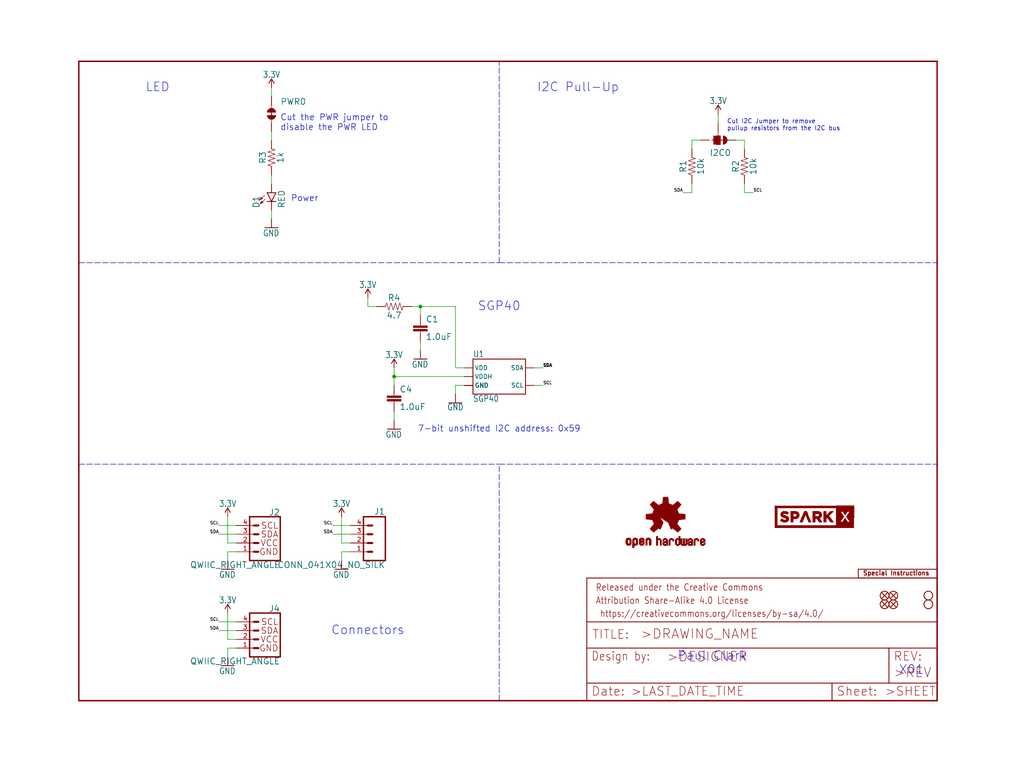
<source format=kicad_sch>
(kicad_sch (version 20211123) (generator eeschema)
  (paper "User" 297.002 223.926)
  (lib_symbols
    (symbol "eagleSchem-eagle-import:1.0UF-0603-16V-10%-X7R"
      (property "Reference" "C" (at 1.524 2.921 0))
      (property "Value" "1.0UF-0603-16V-10%-X7R" (at 1.524 -2.159 0))
      (symbol "1.0UF-0603-16V-10%-X7R_1_0"
        (pin passive line (at 0 5.08 270) (length 2.54) (name "1") (number "1"))
        (pin passive line (at 0 -2.54 90) (length 2.54) (name "2") (number "2"))
      )
    )
    (symbol "eagleSchem-eagle-import:10KOHM-0603-1{slash}10W-1%"
      (property "Reference" "R" (at 0 1.524 0))
      (property "Value" "10KOHM-0603-1{slash}10W-1%" (at 0 -1.524 0))
      (symbol "10KOHM-0603-1{slash}10W-1%_1_0"
        (pin passive line (at -5.08 0 0) (length 2.54) (name "1") (number "1"))
        (pin passive line (at 5.08 0 180) (length 2.54) (name "2") (number "2"))
      )
    )
    (symbol "eagleSchem-eagle-import:1KOHM-0603-1{slash}10W-1%"
      (property "Reference" "R" (at 0 1.524 0))
      (property "Value" "1KOHM-0603-1{slash}10W-1%" (at 0 -1.524 0))
      (symbol "1KOHM-0603-1{slash}10W-1%_1_0"
        (pin passive line (at -5.08 0 0) (length 2.54) (name "1") (number "1"))
        (pin passive line (at 5.08 0 180) (length 2.54) (name "2") (number "2"))
      )
    )
    (symbol "eagleSchem-eagle-import:3.3V" (power)
      (property "Value" "3.3V" (at 0 2.794 0))
      (symbol "3.3V_1_0"
        (pin power_in line (at 0 0 90) (length 2.54) (name "3.3V") (number "1"))
      )
    )
    (symbol "eagleSchem-eagle-import:4.7OHM-0603-1{slash}10W-1%"
      (property "Reference" "R" (at 0 1.524 0))
      (property "Value" "4.7OHM-0603-1{slash}10W-1%" (at 0 -1.524 0))
      (symbol "4.7OHM-0603-1{slash}10W-1%_1_0"
        (pin passive line (at -5.08 0 0) (length 2.54) (name "1") (number "1"))
        (pin passive line (at 5.08 0 180) (length 2.54) (name "2") (number "2"))
      )
    )
    (symbol "eagleSchem-eagle-import:CONN_041X04_NO_SILK"
      (property "Reference" "J" (at -5.08 8.128 0))
      (property "Value" "CONN_041X04_NO_SILK" (at -5.08 -7.366 0))
      (symbol "CONN_041X04_NO_SILK_1_0"
        (pin passive line (at 5.08 -2.54 180) (length 5.08) (name "1") (number "1"))
        (pin passive line (at 5.08 0 180) (length 5.08) (name "2") (number "2"))
        (pin passive line (at 5.08 2.54 180) (length 5.08) (name "3") (number "3"))
        (pin passive line (at 5.08 5.08 180) (length 5.08) (name "4") (number "4"))
      )
    )
    (symbol "eagleSchem-eagle-import:FIDUCIAL1X2")
    (symbol "eagleSchem-eagle-import:FRAME-LETTER"
      (symbol "FRAME-LETTER_2_0"
        (text " https://creativecommons.org/licenses/by-sa/4.0/" (at 2.54 24.13 0) (effects (font (size 1.9304 1.6408)) (justify left bottom)))
        (text ">DESIGNER" (at 23.114 11.176 0) (effects (font (size 2.7432 2.7432)) (justify left bottom)))
        (text ">DRAWING_NAME" (at 15.494 17.78 0) (effects (font (size 2.7432 2.7432)) (justify left bottom)))
        (text ">LAST_DATE_TIME" (at 12.7 1.27 0) (effects (font (size 2.54 2.54)) (justify left bottom)))
        (text ">REV" (at 88.9 6.604 0) (effects (font (size 2.7432 2.7432)) (justify left bottom)))
        (text ">SHEET" (at 86.36 1.27 0) (effects (font (size 2.54 2.54)) (justify left bottom)))
        (text "Attribution Share-Alike 4.0 License" (at 2.54 27.94 0) (effects (font (size 1.9304 1.6408)) (justify left bottom)))
        (text "Date:" (at 1.27 1.27 0) (effects (font (size 2.54 2.54)) (justify left bottom)))
        (text "Design by:" (at 1.27 11.43 0) (effects (font (size 2.54 2.159)) (justify left bottom)))
        (text "Released under the Creative Commons" (at 2.54 31.75 0) (effects (font (size 1.9304 1.6408)) (justify left bottom)))
        (text "REV:" (at 88.9 11.43 0) (effects (font (size 2.54 2.54)) (justify left bottom)))
        (text "Sheet:" (at 72.39 1.27 0) (effects (font (size 2.54 2.54)) (justify left bottom)))
        (text "TITLE:" (at 1.524 17.78 0) (effects (font (size 2.54 2.54)) (justify left bottom)))
      )
    )
    (symbol "eagleSchem-eagle-import:GND" (power)
      (property "Value" "GND" (at 0 -0.254 0))
      (symbol "GND_1_0"
        (pin power_in line (at 0 2.54 270) (length 2.54) (name "GND") (number "1"))
      )
    )
    (symbol "eagleSchem-eagle-import:JUMPER-SMT_2_NC_TRACE_SILK"
      (property "Reference" "JP" (at -2.54 2.54 0))
      (property "Value" "JUMPER-SMT_2_NC_TRACE_SILK" (at -2.54 -2.54 0))
      (symbol "JUMPER-SMT_2_NC_TRACE_SILK_1_0"
        (pin passive line (at -5.08 0 0) (length 2.54) (name "1") (number "1"))
        (pin passive line (at 5.08 0 180) (length 2.54) (name "2") (number "2"))
      )
    )
    (symbol "eagleSchem-eagle-import:JUMPER-SMT_3_2-NC_TRACE_SILK"
      (property "Reference" "JP" (at 2.54 0.381 0))
      (property "Value" "JUMPER-SMT_3_2-NC_TRACE_SILK" (at 2.54 -0.381 0))
      (symbol "JUMPER-SMT_3_2-NC_TRACE_SILK_1_0"
        (pin passive line (at 0 5.08 270) (length 2.54) (name "1") (number "1"))
        (pin passive line (at -5.08 0 0) (length 2.54) (name "2") (number "2"))
        (pin passive line (at 0 -5.08 90) (length 2.54) (name "3") (number "3"))
      )
    )
    (symbol "eagleSchem-eagle-import:LED-RED0603"
      (property "Reference" "D" (at -3.429 -4.572 90))
      (property "Value" "LED-RED0603" (at 1.905 -4.572 90))
      (symbol "LED-RED0603_1_0"
        (pin passive line (at 0 2.54 270) (length 2.54) (name "A") (number "A"))
        (pin passive line (at 0 -5.08 90) (length 2.54) (name "C") (number "C"))
      )
    )
    (symbol "eagleSchem-eagle-import:OSHW-LOGOS")
    (symbol "eagleSchem-eagle-import:QWIIC_CONNECTORJS-1MM"
      (property "Reference" "J" (at -5.08 7.874 0))
      (property "Value" "QWIIC_CONNECTORJS-1MM" (at -5.08 -5.334 0))
      (symbol "QWIIC_CONNECTORJS-1MM_1_0"
        (text "GND" (at -4.572 -2.54 0) (effects (font (size 1.778 1.778)) (justify left)))
        (text "SCL" (at -4.572 5.08 0) (effects (font (size 1.778 1.778)) (justify left)))
        (text "SDA" (at -4.572 2.54 0) (effects (font (size 1.778 1.778)) (justify left)))
        (text "VCC" (at -4.572 0 0) (effects (font (size 1.778 1.778)) (justify left)))
        (pin power_in line (at 7.62 -2.54 180) (length 5.08) (name "1") (number "1"))
        (pin power_in line (at 7.62 0 180) (length 5.08) (name "2") (number "2"))
        (pin passive line (at 7.62 2.54 180) (length 5.08) (name "3") (number "3"))
        (pin passive line (at 7.62 5.08 180) (length 5.08) (name "4") (number "4"))
      )
    )
    (symbol "eagleSchem-eagle-import:SGP40"
      (property "Reference" "U" (at -7.62 5.588 0))
      (property "Value" "SGP40" (at -7.62 -7.366 0))
      (symbol "SGP40_1_0"
        (pin power_in line (at -10.16 2.54 0) (length 2.54) (name "VDD") (number "1"))
        (pin power_in line (at -10.16 -2.54 0) (length 2.54) (name "GND") (number "2"))
        (pin bidirectional line (at 10.16 2.54 180) (length 2.54) (name "SDA") (number "3"))
        (pin power_in line (at -10.16 -2.54 0) (length 2.54) (name "GND") (number "4"))
        (pin power_in line (at -10.16 0 0) (length 2.54) (name "VDDH") (number "5"))
        (pin bidirectional line (at 10.16 -2.54 180) (length 2.54) (name "SCL") (number "6"))
        (pin power_in line (at -10.16 -2.54 0) (length 2.54) (name "GND") (number "DIEPAD"))
      )
    )
    (symbol "eagleSchem-eagle-import:SPARKX-LOGO3")
    (symbol "eagleSchem-eagle-import:SPECIAL_INSTRUCTIONS-ORDERING"
      (symbol "SPECIAL_INSTRUCTIONS-ORDERING_1_0"
        (text "Special Instructions" (at 1.27 0.6985 0) (effects (font (size 1.27 1.27) (thickness 0.254) bold) (justify left bottom)))
      )
    )
    (symbol "eagleSchem-eagle-import:STAND-OFF")
  )
  (junction (at 114.3 109.22))
  (junction (at 121.92 88.9))
  (polyline (pts (xy 22.86 134.62) (xy 144.78 134.62)))
  (polyline (pts (xy 144.78 76.2) (xy 271.78 76.2)))
  (wire (pts (xy 200.66 40.64) (xy 203.2 40.64)))
  (wire (pts (xy 114.3 109.22) (xy 114.3 111.76)))
  (wire (pts (xy 68.58 160.02) (xy 66.04 160.02)))
  (wire (pts (xy 101.6 152.4) (xy 96.52 152.4)))
  (wire (pts (xy 101.6 154.94) (xy 96.52 154.94)))
  (wire (pts (xy 68.58 154.94) (xy 63.5 154.94)))
  (wire (pts (xy 66.04 160.02) (xy 66.04 162.56)))
  (wire (pts (xy 154.94 106.68) (xy 157.48 106.68)))
  (wire (pts (xy 78.74 27.94) (xy 78.74 25.4)))
  (wire (pts (xy 132.08 88.9) (xy 121.92 88.9)))
  (wire (pts (xy 101.6 160.02) (xy 99.06 160.02)))
  (wire (pts (xy 215.9 55.88) (xy 218.44 55.88)))
  (wire (pts (xy 134.62 111.76) (xy 132.08 111.76)))
  (wire (pts (xy 132.08 106.68) (xy 132.08 88.9)))
  (wire (pts (xy 200.66 43.18) (xy 200.66 40.64)))
  (wire (pts (xy 154.94 111.76) (xy 157.48 111.76)))
  (wire (pts (xy 68.58 157.48) (xy 66.04 157.48)))
  (wire (pts (xy 109.22 88.9) (xy 106.68 88.9)))
  (wire (pts (xy 215.9 40.64) (xy 215.9 43.18)))
  (wire (pts (xy 132.08 111.76) (xy 132.08 114.3)))
  (wire (pts (xy 215.9 53.34) (xy 215.9 55.88)))
  (polyline (pts (xy 22.86 76.2) (xy 144.78 76.2)))
  (wire (pts (xy 134.62 106.68) (xy 132.08 106.68)))
  (wire (pts (xy 106.68 88.9) (xy 106.68 86.36)))
  (wire (pts (xy 68.58 180.34) (xy 63.5 180.34)))
  (wire (pts (xy 119.38 88.9) (xy 121.92 88.9)))
  (wire (pts (xy 121.92 99.06) (xy 121.92 101.6)))
  (wire (pts (xy 114.3 106.68) (xy 114.3 109.22)))
  (wire (pts (xy 99.06 160.02) (xy 99.06 162.56)))
  (wire (pts (xy 78.74 63.5) (xy 78.74 60.96)))
  (wire (pts (xy 68.58 185.42) (xy 66.04 185.42)))
  (polyline (pts (xy 144.78 76.2) (xy 144.78 17.78)))
  (wire (pts (xy 121.92 88.9) (xy 121.92 91.44)))
  (wire (pts (xy 68.58 152.4) (xy 63.5 152.4)))
  (wire (pts (xy 200.66 55.88) (xy 198.12 55.88)))
  (wire (pts (xy 66.04 187.96) (xy 66.04 190.5)))
  (wire (pts (xy 66.04 157.48) (xy 66.04 149.86)))
  (wire (pts (xy 68.58 187.96) (xy 66.04 187.96)))
  (polyline (pts (xy 144.78 203.2) (xy 144.78 134.62)))
  (wire (pts (xy 208.28 33.02) (xy 208.28 35.56)))
  (wire (pts (xy 101.6 157.48) (xy 99.06 157.48)))
  (wire (pts (xy 68.58 182.88) (xy 63.5 182.88)))
  (wire (pts (xy 99.06 157.48) (xy 99.06 149.86)))
  (wire (pts (xy 213.36 40.64) (xy 215.9 40.64)))
  (wire (pts (xy 78.74 40.64) (xy 78.74 38.1)))
  (wire (pts (xy 134.62 109.22) (xy 114.3 109.22)))
  (wire (pts (xy 78.74 53.34) (xy 78.74 50.8)))
  (wire (pts (xy 200.66 55.88) (xy 200.66 53.34)))
  (wire (pts (xy 66.04 185.42) (xy 66.04 177.8)))
  (wire (pts (xy 114.3 119.38) (xy 114.3 121.92)))
  (polyline (pts (xy 144.78 134.62) (xy 271.78 134.62)))
  (text "Connectors" (at 106.68 182.88 180) (effects (font (size 2.54 2.54))))
  (text "I2C Pull-Up" (at 167.64 25.4 180) (effects (font (size 2.54 2.54))))
  (text "Cut I2C Jumper to remove\npullup resistors from the I2C bus" (at 210.82 38.1 0) (effects (font (size 1.27 1.27)) (justify left bottom)))
  (text "Power" (at 84.328 58.674 180) (effects (font (size 1.778 1.778)) (justify left bottom)))
  (text "Cut the PWR jumper to\ndisable the PWR LED" (at 81.28 38.1 180) (effects (font (size 1.778 1.778)) (justify left bottom)))
  (text "7-bit unshifted I2C address: 0x59" (at 144.78 124.46 180) (effects (font (size 1.778 1.778))))
  (text "Paul Clark" (at 196.342 191.77 180) (effects (font (size 2.54 2.54)) (justify left bottom)))
  (text "X01" (at 260.604 195.834 180) (effects (font (size 2.54 2.54)) (justify left bottom)))
  (text "SGP40" (at 144.78 88.9 180) (effects (font (size 2.54 2.54))))
  (text "LED" (at 45.72 25.4 180) (effects (font (size 2.54 2.54))))
  (label "SDA" (at 96.52 154.94 180) (effects (font (size 0.889 0.889))))
  (label "SDA" (at 63.5 154.94 180) (effects (font (size 0.889 0.889))))
  (label "SDA" (at 63.5 182.88 180) (effects (font (size 0.889 0.889))))
  (label "SDA" (at 157.48 106.68 0) (effects (font (size 0.889 0.889))))
  (label "SDA" (at 157.48 106.68 0) (effects (font (size 0.889 0.889))))
  (label "SDA" (at 157.48 106.68 0) (effects (font (size 0.889 0.889))))
  (label "SCL" (at 63.5 152.4 180) (effects (font (size 0.889 0.889))))
  (label "SDA" (at 198.12 55.88 180) (effects (font (size 0.889 0.889))))
  (label "SCL" (at 157.48 111.76 0) (effects (font (size 0.889 0.889))))
  (label "SCL" (at 218.44 55.88 0) (effects (font (size 0.889 0.889))))
  (label "SCL" (at 63.5 180.34 180) (effects (font (size 0.889 0.889))))
  (label "SDA" (at 157.48 106.68 0) (effects (font (size 0.889 0.889))))
  (label "SCL" (at 96.52 152.4 180) (effects (font (size 0.889 0.889))))
  (label "SDA" (at 157.48 106.68 0) (effects (font (size 0.889 0.889))))
  (symbol (lib_id "eagleSchem-eagle-import:CONN_041X04_NO_SILK") (at 106.68 157.48 0) (mirror y) (unit 1)
    (property "Reference" "J1" (at 111.76 149.352 0) (effects (font (size 1.778 1.778)) (justify left bottom)))
    (property "Value" "CONN_041X04_NO_SILK" (at 111.76 164.846 0) (effects (font (size 1.778 1.778)) (justify left bottom)))
    (property "Footprint" "eagleSchem:1X04_NO_SILK" (effects hide))
  )
  (symbol (lib_id "eagleSchem-eagle-import:FIDUCIAL1X2") (at 256.54 172.72 0) (unit 1)
    (property "Reference" "JP2" (effects hide))
    (property "Value" "FIDUCIAL1X2" (effects hide))
    (property "Footprint" "eagleSchem:FIDUCIAL-1X2" (effects hide))
  )
  (symbol (lib_id "eagleSchem-eagle-import:3.3V") (at 78.74 25.4 0) (unit 1)
    (property "Reference" "#SUPPLY10" (effects hide))
    (property "Value" "3.3V" (at 78.74 22.606 0) (effects (font (size 1.778 1.5113)) (justify bottom)))
    (property "Footprint" "eagleSchem:" (effects hide))
  )
  (symbol (lib_id "eagleSchem-eagle-import:JUMPER-SMT_3_2-NC_TRACE_SILK") (at 208.28 40.64 270) (unit 1)
    (property "Reference" "I2C0" (at 205.74 45.339 90) (effects (font (size 1.778 1.778)) (justify left bottom)))
    (property "Value" "JUMPER-SMT_3_2-NC_TRACE_SILK" (effects hide))
    (property "Footprint" "eagleSchem:SMT-JUMPER_3_2-NC_TRACE_SILK" (effects hide))
  )
  (symbol (lib_id "eagleSchem-eagle-import:3.3V") (at 99.06 149.86 0) (unit 1)
    (property "Reference" "#SUPPLY7" (effects hide))
    (property "Value" "3.3V" (at 99.06 147.066 0) (effects (font (size 1.778 1.5113)) (justify bottom)))
    (property "Footprint" "eagleSchem:" (effects hide))
  )
  (symbol (lib_id "eagleSchem-eagle-import:QWIIC_CONNECTORJS-1MM") (at 76.2 185.42 0) (mirror y) (unit 1)
    (property "Reference" "J4" (at 81.28 177.546 0) (effects (font (size 1.778 1.778)) (justify left bottom)))
    (property "Value" "QWIIC_RIGHT_ANGLE" (at 81.28 190.754 0) (effects (font (size 1.778 1.778)) (justify left top)))
    (property "Footprint" "eagleSchem:JST04_1MM_RA" (effects hide))
  )
  (symbol (lib_id "eagleSchem-eagle-import:3.3V") (at 208.28 33.02 0) (unit 1)
    (property "Reference" "#SUPPLY9" (effects hide))
    (property "Value" "3.3V" (at 208.28 30.226 0) (effects (font (size 1.778 1.5113)) (justify bottom)))
    (property "Footprint" "eagleSchem:" (effects hide))
  )
  (symbol (lib_id "eagleSchem-eagle-import:3.3V") (at 106.68 86.36 0) (unit 1)
    (property "Reference" "#SUPPLY3" (effects hide))
    (property "Value" "3.3V" (at 106.68 83.566 0) (effects (font (size 1.778 1.5113)) (justify bottom)))
    (property "Footprint" "eagleSchem:" (effects hide))
  )
  (symbol (lib_id "eagleSchem-eagle-import:SPECIAL_INSTRUCTIONS-ORDERING") (at 248.92 167.64 0) (unit 1)
    (property "Reference" "LOGO1" (effects hide))
    (property "Value" "SPECIAL_INSTRUCTIONS-ORDERING" (effects hide))
    (property "Footprint" "eagleSchem:ORDERING_INSTRUCTIONS" (effects hide))
  )
  (symbol (lib_id "eagleSchem-eagle-import:10KOHM-0603-1{slash}10W-1%") (at 215.9 48.26 90) (unit 1)
    (property "Reference" "R2" (at 214.376 48.26 0) (effects (font (size 1.778 1.778)) (justify bottom)))
    (property "Value" "10k" (at 217.424 48.26 0) (effects (font (size 1.778 1.778)) (justify top)))
    (property "Footprint" "eagleSchem:0603" (effects hide))
  )
  (symbol (lib_id "eagleSchem-eagle-import:GND") (at 78.74 66.04 0) (unit 1)
    (property "Reference" "#GND3" (effects hide))
    (property "Value" "GND" (at 76.2 68.58 0) (effects (font (size 1.778 1.5113)) (justify left bottom)))
    (property "Footprint" "eagleSchem:" (effects hide))
  )
  (symbol (lib_id "eagleSchem-eagle-import:FRAME-LETTER") (at 170.18 203.2 0) (unit 2)
    (property "Reference" "FRAME1" (effects hide))
    (property "Value" "FRAME-LETTER" (effects hide))
    (property "Footprint" "eagleSchem:CREATIVE_COMMONS" (effects hide))
  )
  (symbol (lib_id "eagleSchem-eagle-import:FIDUCIAL1X2") (at 256.54 175.26 0) (unit 1)
    (property "Reference" "JP5" (effects hide))
    (property "Value" "FIDUCIAL1X2" (effects hide))
    (property "Footprint" "eagleSchem:FIDUCIAL-1X2" (effects hide))
  )
  (symbol (lib_id "eagleSchem-eagle-import:3.3V") (at 66.04 177.8 0) (unit 1)
    (property "Reference" "#SUPPLY8" (effects hide))
    (property "Value" "3.3V" (at 66.04 175.006 0) (effects (font (size 1.778 1.5113)) (justify bottom)))
    (property "Footprint" "eagleSchem:" (effects hide))
  )
  (symbol (lib_id "eagleSchem-eagle-import:1KOHM-0603-1{slash}10W-1%") (at 78.74 45.72 90) (unit 1)
    (property "Reference" "R3" (at 77.216 45.72 0) (effects (font (size 1.778 1.778)) (justify bottom)))
    (property "Value" "1k" (at 80.264 45.72 0) (effects (font (size 1.778 1.778)) (justify top)))
    (property "Footprint" "eagleSchem:0603" (effects hide))
  )
  (symbol (lib_id "eagleSchem-eagle-import:3.3V") (at 114.3 106.68 0) (unit 1)
    (property "Reference" "#SUPPLY1" (effects hide))
    (property "Value" "3.3V" (at 114.3 103.886 0) (effects (font (size 1.778 1.5113)) (justify bottom)))
    (property "Footprint" "eagleSchem:" (effects hide))
  )
  (symbol (lib_id "eagleSchem-eagle-import:10KOHM-0603-1{slash}10W-1%") (at 200.66 48.26 90) (unit 1)
    (property "Reference" "R1" (at 199.136 48.26 0) (effects (font (size 1.778 1.778)) (justify bottom)))
    (property "Value" "10k" (at 202.184 48.26 0) (effects (font (size 1.778 1.778)) (justify top)))
    (property "Footprint" "eagleSchem:0603" (effects hide))
  )
  (symbol (lib_id "eagleSchem-eagle-import:3.3V") (at 66.04 149.86 0) (unit 1)
    (property "Reference" "#SUPPLY4" (effects hide))
    (property "Value" "3.3V" (at 66.04 147.066 0) (effects (font (size 1.778 1.5113)) (justify bottom)))
    (property "Footprint" "eagleSchem:" (effects hide))
  )
  (symbol (lib_id "eagleSchem-eagle-import:GND") (at 66.04 193.04 0) (unit 1)
    (property "Reference" "#GND8" (effects hide))
    (property "Value" "GND" (at 63.5 195.58 0) (effects (font (size 1.778 1.5113)) (justify left bottom)))
    (property "Footprint" "eagleSchem:" (effects hide))
  )
  (symbol (lib_id "eagleSchem-eagle-import:LED-RED0603") (at 78.74 55.88 0) (unit 1)
    (property "Reference" "D1" (at 75.311 60.452 90) (effects (font (size 1.778 1.778)) (justify left bottom)))
    (property "Value" "RED" (at 80.645 60.452 90) (effects (font (size 1.778 1.778)) (justify left top)))
    (property "Footprint" "eagleSchem:LED-0603" (effects hide))
  )
  (symbol (lib_id "eagleSchem-eagle-import:SGP40") (at 144.78 109.22 0) (unit 1)
    (property "Reference" "U1" (at 137.16 103.632 0) (effects (font (size 1.778 1.5113)) (justify left bottom)))
    (property "Value" "SGP40" (at 137.16 116.586 0) (effects (font (size 1.778 1.5113)) (justify left bottom)))
    (property "Footprint" "eagleSchem:SGP40" (effects hide))
  )
  (symbol (lib_id "eagleSchem-eagle-import:OSHW-LOGOS") (at 193.04 149.86 0) (unit 1)
    (property "Reference" "LOGO5" (effects hide))
    (property "Value" "OSHW-LOGOS" (effects hide))
    (property "Footprint" "eagleSchem:OSHW-LOGO-S" (effects hide))
  )
  (symbol (lib_id "eagleSchem-eagle-import:4.7OHM-0603-1{slash}10W-1%") (at 114.3 88.9 0) (unit 1)
    (property "Reference" "R4" (at 114.3 87.376 0) (effects (font (size 1.778 1.778)) (justify bottom)))
    (property "Value" "4.7" (at 114.3 90.424 0) (effects (font (size 1.778 1.778)) (justify top)))
    (property "Footprint" "eagleSchem:0603" (effects hide))
  )
  (symbol (lib_id "eagleSchem-eagle-import:1.0UF-0603-16V-10%-X7R") (at 114.3 116.84 0) (unit 1)
    (property "Reference" "C4" (at 115.824 113.919 0) (effects (font (size 1.778 1.778)) (justify left bottom)))
    (property "Value" "1.0uF" (at 115.824 118.999 0) (effects (font (size 1.778 1.778)) (justify left bottom)))
    (property "Footprint" "eagleSchem:0603" (effects hide))
  )
  (symbol (lib_id "eagleSchem-eagle-import:STAND-OFF") (at 269.24 175.26 0) (unit 1)
    (property "Reference" "JP4" (effects hide))
    (property "Value" "STAND-OFF" (effects hide))
    (property "Footprint" "eagleSchem:STAND-OFF" (effects hide))
  )
  (symbol (lib_id "eagleSchem-eagle-import:FIDUCIAL1X2") (at 259.08 172.72 0) (unit 1)
    (property "Reference" "JP6" (effects hide))
    (property "Value" "FIDUCIAL1X2" (effects hide))
    (property "Footprint" "eagleSchem:FIDUCIAL-1X2" (effects hide))
  )
  (symbol (lib_id "eagleSchem-eagle-import:JUMPER-SMT_2_NC_TRACE_SILK") (at 78.74 33.02 90) (unit 1)
    (property "Reference" "PWR0" (at 81.28 30.48 90) (effects (font (size 1.778 1.778)) (justify right top)))
    (property "Value" "JUMPER-SMT_2_NC_TRACE_SILK" (effects hide))
    (property "Footprint" "eagleSchem:SMT-JUMPER_2_NC_TRACE_SILK" (effects hide))
  )
  (symbol (lib_id "eagleSchem-eagle-import:GND") (at 99.06 165.1 0) (unit 1)
    (property "Reference" "#GND7" (effects hide))
    (property "Value" "GND" (at 96.52 167.64 0) (effects (font (size 1.778 1.5113)) (justify left bottom)))
    (property "Footprint" "eagleSchem:" (effects hide))
  )
  (symbol (lib_id "eagleSchem-eagle-import:GND") (at 66.04 165.1 0) (unit 1)
    (property "Reference" "#GND6" (effects hide))
    (property "Value" "GND" (at 63.5 167.64 0) (effects (font (size 1.778 1.5113)) (justify left bottom)))
    (property "Footprint" "eagleSchem:" (effects hide))
  )
  (symbol (lib_id "eagleSchem-eagle-import:FRAME-LETTER") (at 22.86 203.2 0) (unit 1)
    (property "Reference" "FRAME1" (effects hide))
    (property "Value" "FRAME-LETTER" (effects hide))
    (property "Footprint" "eagleSchem:CREATIVE_COMMONS" (effects hide))
  )
  (symbol (lib_id "eagleSchem-eagle-import:1.0UF-0603-16V-10%-X7R") (at 121.92 96.52 0) (unit 1)
    (property "Reference" "C1" (at 123.444 93.599 0) (effects (font (size 1.778 1.778)) (justify left bottom)))
    (property "Value" "1.0uF" (at 123.444 98.679 0) (effects (font (size 1.778 1.778)) (justify left bottom)))
    (property "Footprint" "eagleSchem:0603" (effects hide))
  )
  (symbol (lib_id "eagleSchem-eagle-import:SPARKX-LOGO3") (at 236.22 149.86 0) (unit 1)
    (property "Reference" "U$10" (effects hide))
    (property "Value" "SPARKX-LOGO3" (effects hide))
    (property "Footprint" "eagleSchem:SPARKX-SMALL" (effects hide))
  )
  (symbol (lib_id "eagleSchem-eagle-import:GND") (at 121.92 104.14 0) (unit 1)
    (property "Reference" "#GND2" (effects hide))
    (property "Value" "GND" (at 119.38 106.68 0) (effects (font (size 1.778 1.5113)) (justify left bottom)))
    (property "Footprint" "eagleSchem:" (effects hide))
  )
  (symbol (lib_id "eagleSchem-eagle-import:SPARKX-LOGO3") (at 236.22 149.86 0) (unit 1)
    (property "Reference" "U$18" (effects hide))
    (property "Value" "SPARKX-LOGO3" (effects hide))
    (property "Footprint" "eagleSchem:SPARKX-SMALL" (effects hide))
  )
  (symbol (lib_id "eagleSchem-eagle-import:GND") (at 132.08 116.84 0) (unit 1)
    (property "Reference" "#GND1" (effects hide))
    (property "Value" "GND" (at 132.08 117.094 0) (effects (font (size 1.778 1.5113)) (justify top)))
    (property "Footprint" "eagleSchem:" (effects hide))
  )
  (symbol (lib_id "eagleSchem-eagle-import:GND") (at 114.3 124.46 0) (unit 1)
    (property "Reference" "#GND4" (effects hide))
    (property "Value" "GND" (at 111.76 127 0) (effects (font (size 1.778 1.5113)) (justify left bottom)))
    (property "Footprint" "eagleSchem:" (effects hide))
  )
  (symbol (lib_id "eagleSchem-eagle-import:FIDUCIAL1X2") (at 259.08 175.26 0) (unit 1)
    (property "Reference" "JP1" (effects hide))
    (property "Value" "FIDUCIAL1X2" (effects hide))
    (property "Footprint" "eagleSchem:FIDUCIAL-1X2" (effects hide))
  )
  (symbol (lib_id "eagleSchem-eagle-import:STAND-OFF") (at 269.24 172.72 0) (unit 1)
    (property "Reference" "JP3" (effects hide))
    (property "Value" "STAND-OFF" (effects hide))
    (property "Footprint" "eagleSchem:STAND-OFF" (effects hide))
  )
  (symbol (lib_id "eagleSchem-eagle-import:QWIIC_CONNECTORJS-1MM") (at 76.2 157.48 0) (mirror y) (unit 1)
    (property "Reference" "J2" (at 81.28 149.606 0) (effects (font (size 1.778 1.778)) (justify left bottom)))
    (property "Value" "QWIIC_RIGHT_ANGLE" (at 81.28 162.814 0) (effects (font (size 1.778 1.778)) (justify left top)))
    (property "Footprint" "eagleSchem:JST04_1MM_RA" (effects hide))
  )
)
</source>
